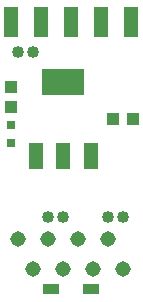
<source format=gts>
G75*
%MOIN*%
%OFA0B0*%
%FSLAX24Y24*%
%IPPOS*%
%LPD*%
%AMOC8*
5,1,8,0,0,1.08239X$1,22.5*
%
%ADD10C,0.0515*%
%ADD11R,0.0394X0.0433*%
%ADD12R,0.0315X0.0315*%
%ADD13R,0.0433X0.0394*%
%ADD14R,0.0551X0.0354*%
%ADD15R,0.0500X0.1000*%
%ADD16C,0.0400*%
%ADD17R,0.0480X0.0880*%
%ADD18R,0.1417X0.0866*%
D10*
X004447Y002550D03*
X004947Y001550D03*
X005447Y002550D03*
X005947Y001550D03*
X006447Y002550D03*
X006947Y001550D03*
X007447Y002550D03*
X007947Y001550D03*
D11*
X007612Y006550D03*
X008282Y006550D03*
D12*
X004197Y005755D03*
X004197Y006345D03*
D13*
X004197Y006965D03*
X004197Y007635D03*
D14*
X005528Y000870D03*
X006866Y000870D03*
D15*
X007197Y009800D03*
X006197Y009800D03*
X005197Y009800D03*
X004197Y009800D03*
X008197Y009800D03*
D16*
X004947Y008800D03*
X004447Y008800D03*
X005447Y003300D03*
X005947Y003300D03*
X007447Y003300D03*
X007947Y003300D03*
D17*
X006857Y005330D03*
X005947Y005330D03*
X005037Y005330D03*
D18*
X005947Y007770D03*
M02*

</source>
